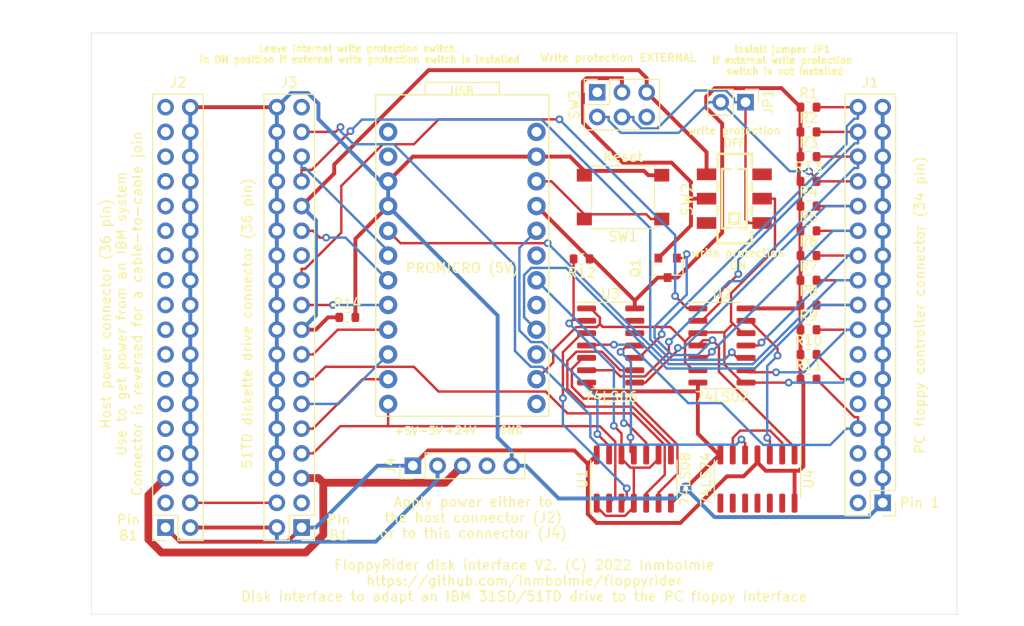
<source format=kicad_pcb>
(kicad_pcb (version 20211014) (generator pcbnew)
  (layers (0 "F.Cu" signal) (31 "B.Cu" signal) (34 "B.Paste" user) (35 "F.Paste" user) (36 "B.SilkS" user "B.Silkscreen") (37 "F.SilkS" user "F.Silkscreen") (38 "B.Mask" user) (39 "F.Mask" user) (44 "Edge.Cuts" user))
  (net 0 "")
  (net 8 "GND")
  (net 9 "/reset")
  (net 10 "VCC")
  (net 11 "/disk_chng_rdy_neg")
  (net 12 "/track_0_neg")
  (net 13 "/direction")
  (net 14 "/8_index")
  (net 15 "/8_inner_tracks")
  (net 16 "/8_access_0")
  (net 17 "/8_access_1")
  (net 18 "/8_switch_filter")
  (net 19 "/step")
  (net 20 "/disk_chng_rdy")
  (net 21 "/head_1_select")
  (net 22 "/read_data")
  (net 23 "/write_protected")
  (net 24 "/track_0")
  (net 25 "/write_enable")
  (net 26 "/write_data")
  (net 27 "/index")
  (net 46 "/+24V")
  (net 47 "/ps_gnd")
  (net 49 "/-5V")
  (net 51 "/8_write_data")
  (net 52 "/8_head_engage")
  (net 53 "/8_write_erase_gate")
  (net 55 "/8_select_head")
  (net 56 "/8_file_data")
  (net 59 "Net-(U1-Pad11)")
  (net 60 "Net-(U1-Pad8)")
  (net 61 "Net-(U1-Pad6)")
  (net 62 "Net-(U1-Pad3)")
  (net 65 "/8_write_erase_sense")
  (net 66 "/8_diskette_2_sense")
  (net 67 "/drive_b")
  (net 68 "/motor_b")
  (net 71 "/drive_b_neg")
  (net 72 "/write_data_neg")
  (net 73 "Net-(JP1-Pad1)")
  (net 79 "Net-(U4-Pad2)")
  (net 80 "/write_erase_gate")
  (net 81 "/write_erase_gate_prot")
  (footprint "Connector_PinHeader_2.54mm:PinHeader_2x18_P2.54mm_Vertical" (layer "F.Cu") (at 125.222 -31.242 180)
    (fp_text reference "J3")
    (fp_text value "IBM 51TD Diskette unit")
  )
  (footprint "Button_Switch_SMD:SW_Push_1P1T_NO_6x6mm_H9.5mm" (layer "F.Cu") (at 158.242 -65.181 180)
    (fp_text reference "SW1")
    (fp_text value "Reset")
  )
  (footprint "Package_SO:SO-14_3.9x8.65mm_P1.27mm" (layer "F.Cu") (at 159.35 -36.225 90)
    (fp_text reference "U1")
    (fp_text value "74LS08")
  )
  (footprint "Package_SO:SO-14_3.9x8.65mm_P1.27mm" (layer "F.Cu") (at 168.402 -49.941)
    (fp_text reference "U2")
    (fp_text value "74LS02")
  )
  (footprint "Package_SO:SO-14_3.9x8.65mm_P1.27mm" (layer "F.Cu") (at 156.972 -49.941)
    (fp_text reference "U3")
    (fp_text value "74LS06")
  )
  (footprint "promicro:SPARKFUN_PRO_MICRO" (layer "F.Cu") (at 141.732 -59.182)
    (fp_text reference "B1")
    (fp_text value "PROMICRO")
  )
  (footprint "Connector_PinHeader_2.54mm:PinHeader_2x18_P2.54mm_Vertical" (layer "F.Cu") (at 116.332 -31.242 180)
    (fp_text reference "J2")
    (fp_text value "IBM Diskette Host power")
  )
  (footprint "Connector_PinHeader_2.54mm:PinHeader_2x17_P2.54mm_Vertical" (layer "F.Cu") (at 184.912 -33.782 180)
    (fp_text reference "J1")
    (fp_text value "PC disk controller interface")
  )
  (footprint "Resistor_SMD:R_0603_1608Metric" (layer "F.Cu") (at 153.987 -58.831 180)
    (fp_text reference "R12")
    (fp_text value "1K")
  )
  (footprint "MountingHole:MountingHole_3.2mm_M3" (layer "F.Cu") (at 188.722 -26.162)
    (fp_text reference "H2")
    (fp_text value "MountingHole")
  )
  (footprint "MountingHole:MountingHole_3.2mm_M3" (layer "F.Cu") (at 107.442 -26.162)
    (fp_text reference "H4")
    (fp_text value "MountingHole")
  )
  (footprint "MountingHole:MountingHole_3.2mm_M3" (layer "F.Cu") (at 107.442 -78.232)
    (fp_text reference "H1")
    (fp_text value "MountingHole")
  )
  (footprint "MountingHole:MountingHole_3.2mm_M3" (layer "F.Cu") (at 188.722 -78.232)
    (fp_text reference "H3")
    (fp_text value "MountingHole")
  )
  (footprint "Connector_PinHeader_2.54mm:PinHeader_1x05_P2.54mm_Vertical" (layer "F.Cu") (at 136.652 -37.592 90)
    (fp_text reference "J4")
    (fp_text value "Alternative power connector")
  )
  (footprint "Resistor_SMD:R_0603_1608Metric" (layer "F.Cu") (at 177.292 -66.802)
    (fp_text reference "R13")
    (fp_text value "4,7K")
  )
  (footprint "Resistor_SMD:R_0603_1608Metric" (layer "F.Cu") (at 177.292 -74.422)
    (fp_text reference "R1")
    (fp_text value "1K")
  )
  (footprint "Resistor_SMD:R_0603_1608Metric" (layer "F.Cu") (at 177.292 -71.882)
    (fp_text reference "R2")
    (fp_text value "1K")
  )
  (footprint "Resistor_SMD:R_0603_1608Metric" (layer "F.Cu") (at 177.292 -69.342)
    (fp_text reference "R3")
    (fp_text value "1K")
  )
  (footprint "Resistor_SMD:R_0603_1608Metric" (layer "F.Cu") (at 177.292 -64.262)
    (fp_text reference "R4")
    (fp_text value "1K")
  )
  (footprint "Resistor_SMD:R_0603_1608Metric" (layer "F.Cu") (at 177.292 -61.722)
    (fp_text reference "R5")
    (fp_text value "1K")
  )
  (footprint "Resistor_SMD:R_0603_1608Metric" (layer "F.Cu") (at 177.292 -56.642)
    (fp_text reference "R7")
    (fp_text value "1K")
  )
  (footprint "Resistor_SMD:R_0603_1608Metric" (layer "F.Cu") (at 177.292 -54.102)
    (fp_text reference "R8")
    (fp_text value "1K")
  )
  (footprint "Resistor_SMD:R_0603_1608Metric" (layer "F.Cu") (at 177.292 -51.562)
    (fp_text reference "R9")
    (fp_text value "1K")
  )
  (footprint "Resistor_SMD:R_0603_1608Metric" (layer "F.Cu") (at 177.292 -49.022)
    (fp_text reference "R10")
    (fp_text value "1K")
  )
  (footprint "Resistor_SMD:R_0603_1608Metric" (layer "F.Cu") (at 177.292 -46.482)
    (fp_text reference "R11")
    (fp_text value "1K")
  )
  (footprint "Resistor_SMD:R_0603_1608Metric" (layer "F.Cu") (at 177.292 -59.182)
    (fp_text reference "R6")
    (fp_text value "1K")
  )
  (footprint "Package_SO:SO-14_3.9x8.65mm_P1.27mm" (layer "F.Cu") (at 172.05 -36.225 -90)
    (fp_text reference "U4")
    (fp_text value "74LS74")
  )
  (footprint "Package_TO_SOT_SMD:SOT-23" (layer "F.Cu") (at 162.822 -57.9213 -90)
    (fp_text reference "Q1")
    (fp_text value "SS8050")
  )
  (footprint "dpdt_2:SW-TH_K3-2235S-K1" (layer "F.Cu") (at 169.672 -65.024 90)
    (fp_text reference "SW2")
    (fp_text value "Write prot" hide)
  )
  (footprint "Resistor_SMD:R_0603_1608Metric" (layer "F.Cu") (at 129.921 -52.832)
    (fp_text reference "R14")
    (fp_text value "10K")
  )
  (footprint "mis_partes:PinHeader_2x03_P2.54mm_Vertical CUSTOM" (layer "F.Cu") (at 155.59 -73.411 90)
    (fp_text reference "SW3")
    (fp_text value "Write protection EXTERNAL" hide)
  )
  (footprint "Connector_PinHeader_2.54mm:PinHeader_1x02_P2.54mm_Vertical" (layer "F.Cu") (at 170.82 -74.93 -90)
    (fp_text reference "JP1")
    (fp_text value "External override")
  )
  (gr_line (start 103.632 -22.352) (end 103.632 -82.042) (layer "Edge.Cuts") (width 0.05))
  (gr_line (start 103.632 -82.042) (end 192.532 -82.042) (layer "Edge.Cuts") (width 0.05))
  (gr_line (start 192.532 -22.352) (end 103.632 -22.352) (layer "Edge.Cuts") (width 0.05))
  (gr_line (start 192.532 -82.042) (end 192.532 -22.352) (layer "Edge.Cuts") (width 0.05))
  (gr_text "Host power connector (36 pin)\nUse to get power from an IBM system\nConnector is reversed for a cable-to-cable join" (at 106.714219 -53.19813 90) (layer "F.SilkS") (effects (font (size 1 1))))
  (gr_text "+5V" (at 135.991674 -41.159043) (layer "F.SilkS") (effects (font (size 0.8 0.8))))
  (gr_text "-5V" (at 138.49588 -41.198171) (layer "F.SilkS") (effects (font (size 0.8 0.8))))
  (gr_text "+24V" (at 141.547881 -41.224257) (layer "F.SilkS") (effects (font (size 0.8 0.8))))
  (gr_text "GND" (at 146.751933 -41.237299) (layer "F.SilkS") (effects (font (size 0.8 0.8))))
  (gr_text "51TD diskette drive connector (36 pin)" (at 119.634199 -52.19987 90) (layer "F.SilkS") (effects (font (size 1 1))))
  (gr_text "write protection\nOFF" (at 169.672 -71.374) (layer "F.SilkS") (effects (font (size 0.8 0.8))))
  (gr_text "Pin 1" (at 188.722 -33.782) (layer "F.SilkS") (effects (font (size 1 1))))
  (gr_text "PC floppy controller connector (34 pin)" (at 188.722 -54.102 90) (layer "F.SilkS") (effects (font (size 1 1))))
  (gr_text "PROMICRO (5V)" (at 141.732 -57.912) (layer "F.SilkS") (effects (font (size 1 1))))
  (gr_text "Pin\nB1" (at 129.032 -31.242) (layer "F.SilkS") (effects (font (size 1 1))))
  (gr_text "Apply power either to\nthe host connector (J2)\nor to this connector (J4)" (at 142.859359 -32.269462) (layer "F.SilkS") (effects (font (size 1 1))))
  (gr_text "Write protection EXTERNAL" (at 157.734 -79.502) (layer "F.SilkS") (effects (font (size 0.8 0.8))))
  (gr_text "Leave internal write protection switch \nin ON position if external write protection switch is installed" (at 131.191 -79.883) (layer "F.SilkS") (effects (font (size 0.7 0.7) (thickness 0.175))))
  (gr_text "FloppyRider disk interface V2. (C) 2022 Inmbolmie\nhttps://github.com/inmbolmie/floppyrider\nDisk interface to adapt an IBM 31SD/51TD drive to the PC floppy interface" (at 148.082 -25.781) (layer "F.SilkS") (effects (font (size 1 1))))
  (gr_text "Install jumper JP1 \nif external write protection \nswitch is not installed" (at 174.879 -79.248) (layer "F.SilkS") (effects (font (size 0.7 0.7) (thickness 0.175))))
  (gr_text "write protection\nON" (at 170.053 -58.801) (layer "F.SilkS") (effects (font (size 0.8 0.8))))
  (gr_text "Pin\nB1" (at 107.442 -31.242) (layer "F.SilkS") (effects (font (size 1 1))))
  (segment (start 130.746 -60.896) (end 130.746 -52.832) (width 0.4) (layer "F.Cu") (net 8))
  (segment (start 154.267 -67.8776) (end 160.3951 -67.8776) (width 0.4) (layer "F.Cu") (net 8))
  (segment (start 154.497 -46.131) (end 155.398 -45.23) (width 0.4) (layer "F.Cu") (net 8))
  (segment (start 163.16 -33.75) (end 164.6829 -35.2729) (width 0.4) (layer "F.Cu") (net 8))
  (segment (start 165.927 -40.883) (end 165.927 -45.23) (width 0.4) (layer "F.Cu") (net 8))
  (segment (start 164.6829 -35.273) (end 164.683 -35.273) (width 0.4) (layer "F.Cu") (net 8))
  (segment (start 165.927 -45.23) (end 165.927 -46.131) (width 0.4) (layer "F.Cu") (net 8))
  (segment (start 154.267 -67.431) (end 154.267 -67.8776) (width 0.4) (layer "F.Cu") (net 8))
  (segment (start 152.8026 -69.342) (end 154.267 -67.8776) (width 0.4) (layer "F.Cu") (net 8))
  (segment (start 136.652 -69.342) (end 149.352 -69.342) (width 0.4) (layer "F.Cu") (net 8))
  (segment (start 162.217 -67.431) (end 160.8417 -67.431) (width 0.4) (layer "F.Cu") (net 8))
  (segment (start 168.24 -38.7) (end 168.11 -38.7) (width 0.4) (layer "F.Cu") (net 8))
  (segment (start 149.352 -69.342) (end 152.8026 -69.342) (width 0.4) (layer "F.Cu") (net 8))
  (segment (start 134.112 -66.802) (end 136.652 -69.342) (width 0.4) (layer "F.Cu") (net 8))
  (segment (start 168.11 -38.7) (end 164.683 -35.273) (width 0.4) (layer "F.Cu") (net 8))
  (segment (start 155.398 -45.23) (end 165.927 -45.23) (width 0.4) (layer "F.Cu") (net 8))
  (segment (start 160.3951 -67.8776) (end 160.8417 -67.431) (width 0.4) (layer "F.Cu") (net 8))
  (segment (start 134.112 -64.262) (end 130.746 -60.896) (width 0.4) (layer "F.Cu") (net 8))
  (segment (start 113.792 -74.422) (end 122.682 -74.422) (width 0.4) (layer "F.Cu") (net 8))
  (segment (start 168.11 -38.7) (end 165.927 -40.883) (width 0.4) (layer "F.Cu") (net 8))
  (segment (start 164.6829 -35.2729) (end 164.6829 -35.273) (width 0.4) (layer "F.Cu") (net 8))
  (via (at 164.683 -35.273) (size 1.2) (drill 0.5) (layers "F.Cu" "B.Cu") (net 8))
  (segment (start 184.912 -71.882) (end 184.912 -69.342) (width 0.4) (layer "B.Cu") (net 8))
  (segment (start 184.912 -41.402) (end 184.912 -38.862) (width 0.4) (layer "B.Cu") (net 8))
  (segment (start 113.792 -46.482) (end 113.792 -43.942) (width 0.4) (layer "B.Cu") (net 8))
  (segment (start 113.792 -41.402) (end 113.792 -38.862) (width 0.4) (layer "B.Cu") (net 8))
  (segment (start 163.6367 -34.2267) (end 164.683 -35.273) (width 0.4) (layer "B.Cu") (net 8))
  (segment (start 145.3617 -53.0123) (end 134.112 -64.262) (width 0.4) (layer "B.Cu") (net 8))
  (segment (start 125.8746 -75.8732) (end 124.1332 -75.8732) (width 0.4) (layer "B.Cu") (net 8))
  (segment (start 146.812 -37.592) (end 146.812 -39.0423) (width 0.4) (layer "B.Cu") (net 8))
  (segment (start 167.6378 -32.3182) (end 183.4482 -32.3182) (width 0.4) (layer "B.Cu") (net 8))
  (segment (start 122.682 -38.862) (end 122.682 -36.322) (width 0.4) (layer "B.Cu") (net 8))
  (segment (start 113.792 -66.802) (end 113.792 -64.262) (width 0.4) (layer "B.Cu") (net 8))
  (segment (start 184.912 -46.482) (end 184.912 -43.942) (width 0.4) (layer "B.Cu") (net 8))
  (segment (start 122.682 -51.562) (end 122.682 -49.022) (width 0.4) (layer "B.Cu") (net 8))
  (segment (start 184.912 -43.942) (end 184.912 -41.402) (width 0.4) (layer "B.Cu") (net 8))
  (segment (start 134.112 -64.262) (end 134.112 -66.802) (width 0.4) (layer "B.Cu") (net 8))
  (segment (start 124.1332 -75.8732) (end 122.682 -74.422) (width 0.4) (layer "B.Cu") (net 8))
  (segment (start 164.683 -35.273) (end 167.6378 -32.3182) (width 0.4) (layer "B.Cu") (net 8))
  (segment (start 146.812 -39.0423) (end 145.3617 -40.4926) (width 0.4) (layer "B.Cu") (net 8))
  (segment (start 122.682 -64.262) (end 122.682 -61.722) (width 0.4) (layer "B.Cu") (net 8))
  (segment (start 183.4482 -32.3182) (end 184.912 -33.782) (width 0.4) (layer "B.Cu") (net 8))
  (segment (start 122.682 -56.642) (end 122.682 -54.102) (width 0.4) (layer "B.Cu") (net 8))
  (segment (start 122.682 -69.342) (end 122.682 -66.802) (width 0.4) (layer "B.Cu") (net 8))
  (segment (start 113.792 -64.262) (end 113.792 -61.722) (width 0.4) (layer "B.Cu") (net 8))
  (segment (start 122.682 -54.102) (end 122.682 -51.562) (width 0.4) (layer "B.Cu") (net 8))
  (segment (start 184.912 -38.862) (end 184.912 -36.322) (width 0.4) (layer "B.Cu") (net 8))
  (segment (start 184.912 -56.642) (end 184.912 -54.102) (width 0.4) (layer "B.Cu") (net 8))
  (segment (start 151.6276 -34.2267) (end 163.6367 -34.2267) (width 0.4) (layer "B.Cu") (net 8))
  (segment (start 145.3617 -40.4926) (end 145.3617 -53.0123) (width 0.4) (layer "B.Cu") (net 8))
  (segment (start 113.792 -54.102) (end 113.792 -51.562) (width 0.4) (layer "B.Cu") (net 8))
  (segment (start 126.9525 -74.7953) (end 125.8746 -75.8732) (width 0.4) (layer "B.Cu") (net 8))
  (segment (start 113.792 -49.022) (end 113.792 -46.482) (width 0.4) (layer "B.Cu") (net 8))
  (segment (start 122.682 -43.942) (end 122.682 -41.402) (width 0.4) (layer "B.Cu") (net 8))
  (segment (start 113.792 -43.942) (end 113.792 -41.402) (width 0.4) (layer "B.Cu") (net 8))
  (segment (start 113.792 -38.862) (end 113.792 -36.322) (width 0.4) (layer "B.Cu") (net 8))
  (segment (start 134.112 -66.802) (end 133.3402 -66.802) (width 0.4) (layer "B.Cu") (net 8))
  (segment (start 184.912 -51.562) (end 184.912 -49.022) (width 0.4) (layer "B.Cu") (net 8))
  (segment (start 184.912 -66.802) (end 184.912 -64.262) (width 0.4) (layer "B.Cu") (net 8))
  (segment (start 184.912 -59.182) (end 184.912 -56.642) (width 0.4) (layer "B.Cu") (net 8))
  (segment (start 122.682 -66.802) (end 122.682 -64.262) (width 0.4) (layer "B.Cu") (net 8))
  (segment (start 184.912 -61.722) (end 184.912 -59.182) (width 0.4) (layer "B.Cu") (net 8))
  (segment (start 122.682 -71.882) (end 122.682 -69.342) (width 0.4) (layer "B.Cu") (net 8))
  (segment (start 148.2623 -37.592) (end 151.6276 -34.2267) (width 0.4) (layer "B.Cu") (net 8))
  (segment (start 113.792 -56.642) (end 113.792 -54.102) (width 0.4) (layer "B.Cu") (net 8))
  (segment (start 113.792 -61.722) (end 113.792 -59.182) (width 0.4) (layer "B.Cu") (net 8))
  (segment (start 122.682 -41.402) (end 122.682 -38.862) (width 0.4) (layer "B.Cu") (net 8))
  (segment (start 122.682 -49.022) (end 122.682 -46.482) (width 0.4) (layer "B.Cu") (net 8))
  (segment (start 113.792 -71.882) (end 113.792 -69.342) (width 0.4) (layer "B.Cu") (net 8))
  (segment (start 184.912 -64.262) (end 184.912 -61.722) (width 0.4) (layer "B.Cu") (net 8))
  (segment (start 113.792 -74.422) (end 113.792 -71.882) (width 0.4) (layer "B.Cu") (net 8))
  (segment (start 122.682 -74.422) (end 122.682 -71.882) (width 0.4) (layer "B.Cu") (net 8))
  (segment (start 126.9525 -73.1897) (end 126.9525 -74.7953) (width 0.4) (layer "B.Cu") (net 8))
  (segment (start 184.912 -74.422) (end 184.912 -71.882) (width 0.4) (layer "B.Cu") (net 8))
  (segment (start 184.912 -54.102) (end 184.912 -51.562) (width 0.4) (layer "B.Cu") (net 8))
  (segment (start 146.812 -37.592) (end 148.2623 -37.592) (width 0.4) (layer "B.Cu") (net 8))
  (segment (start 184.912 -69.342) (end 184.912 -66.802) (width 0.4) (layer "B.Cu") (net 8))
  (segment (start 184.912 -49.022) (end 184.912 -46.482) (width 0.4) (layer "B.Cu") (net 8))
  (segment (start 122.682 -59.182) (end 122.682 -56.642) (width 0.4) (layer "B.Cu") (net 8))
  (segment (start 122.682 -61.722) (end 122.682 -59.182) (width 0.4) (layer "B.Cu") (net 8))
  (segment (start 113.792 -69.342) (end 113.792 -66.802) (width 0.4) (layer "B.Cu") (net 8))
  (segment (start 122.682 -46.482) (end 122.682 -43.942) (width 0.4) (layer "B.Cu") (net 8))
  (segment (start 113.792 -51.562) (end 113.792 -49.022) (width 0.4) (layer "B.Cu") (net 8))
  (segment (start 113.792 -59.182) (end 113.792 -56.642) (width 0.4) (layer "B.Cu") (net 8))
  (segment (start 133.3402 -66.802) (end 126.9525 -73.1897) (width 0.4) (layer "B.Cu") (net 8))
  (segment (start 184.912 -36.322) (end 184.912 -33.782) (width 0.4) (layer "B.Cu") (net 8))
  (segment (start 162.217 -62.931) (end 161.1167 -62.931) (width 0.25) (layer "F.Cu") (net 9))
  (segment (start 154.267 -63.4187) (end 160.629 -63.4187) (width 0.25) (layer "F.Cu") (net 9))
  (segment (start 150.8837 -66.802) (end 154.267 -63.4187) (width 0.25) (layer "F.Cu") (net 9))
  (segment (start 160.629 -63.4187) (end 161.1167 -62.931) (width 0.25) (layer "F.Cu") (net 9))
  (segment (start 154.267 -62.931) (end 154.267 -63.4187) (width 0.25) (layer "F.Cu") (net 9))
  (segment (start 149.352 -66.802) (end 150.8837 -66.802) (width 0.25) (layer "F.Cu") (net 9))
  (segment (start 176.467 -64.262) (end 176.467 -66.802) (width 0.4) (layer "F.Cu") (net 10))
  (segment (start 176.467 -56.642) (end 176.467 -59.182) (width 0.4) (layer "F.Cu") (net 10))
  (segment (start 176.467 -53.751) (end 170.877 -53.751) (width 0.4) (layer "F.Cu") (net 10))
  (segment (start 176.7629 -37.5272) (end 176.3115 -37.0758) (width 0.4) (layer "F.Cu") (net 10))
  (segment (start 123.7676 -29.7876) (end 112.7064 -29.7876) (width 0.4) (layer "F.Cu") (net 10))
  (segment (start 161.8217 -56.9213) (end 159.447 -54.5466) (width 0.4) (layer "F.Cu") (net 10))
  (segment (start 162.3219 -56.9213) (end 162.822 -56.9213) (width 0.4) (layer "F.Cu") (net 10))
  (segment (start 175.86 -37.0758) (end 175.86 -33.75) (width 0.4) (layer "F.Cu") (net 10))
  (segment (start 176.7629 -46.1861) (end 176.7629 -37.5272) (width 0.4) (layer "F.Cu") (net 10))
  (segment (start 168.9209 -36.5081) (end 164.1281 -31.7153) (width 0.4) (layer "F.Cu") (net 10))
  (segment (start 112.7064 -29.7876) (end 111.252 -31.242) (width 0.4) (layer "F.Cu") (net 10))
  (segment (start 176.467 -49.022) (end 176.467 -46.482) (width 0.4) (layer "F.Cu") (net 10))
  (segment (start 166.7841 -75.4862) (end 167.6783 -76.3804) (width 0.4) (layer "F.Cu") (net 10))
  (segment (start 172.05 -37.9265) (end 172.05 -38.7) (width 0.4) (layer "F.Cu") (net 10))
  (segment (start 167.6783 -76.3804) (end 174.5086 -76.3804) (width 0.4) (layer "F.Cu") (net 10))
  (segment (start 176.467 -61.722) (end 176.467 -64.262) (width 0.4) (layer "F.Cu") (net 10))
  (segment (start 125.222 -31.242) (end 123.7676 -29.7876) (width 0.4) (layer "F.Cu") (net 10))
  (segment (start 176.3115 -37.0758) (end 175.86 -37.0758) (width 0.4) (layer "F.Cu") (net 10))
  (segment (start 164.1281 -31.7153) (end 155.5292 -31.7153) (width 0.4) (layer "F.Cu") (net 10))
  (segment (start 138.2256 -39.1656) (end 153.2368 -39.1656) (width 0.4) (layer "F.Cu") (net 10))
  (segment (start 172.05 -37.9265) (end 170.6316 -36.5081) (width 0.4) (layer "F.Cu") (net 10))
  (segment (start 176.467 -59.182) (end 176.467 -61.722) (width 0.4) (layer "F.Cu") (net 10))
  (segment (start 149.381 -64.262) (end 149.352 -64.262) (width 0.4) (layer "F.Cu") (net 10))
  (segment (start 154.6212 -32.6233) (end 154.6212 -37.7812) (width 0.4) (layer "F.Cu") (net 10))
  (segment (start 176.467 -53.751) (end 176.467 -51.562) (width 0.4) (layer "F.Cu") (net 10))
  (segment (start 159.447 -54.5466) (end 159.447 -53.751) (width 0.4) (layer "F.Cu") (net 10))
  (segment (start 176.467 -51.562) (end 176.467 -49.022) (width 0.4) (layer "F.Cu") (net 10))
  (segment (start 176.467 -53.751) (end 176.467 -54.102) (width 0.4) (layer "F.Cu") (net 10))
  (segment (start 176.467 -54.102) (end 176.467 -56.642) (width 0.4) (layer "F.Cu") (net 10))
  (segment (start 168.4224 -61.5214) (end 168.4224 -72.7348) (width 0.4) (layer "F.Cu") (net 10))
  (segment (start 153.2368 -39.1656) (end 154.6212 -37.7812) (width 0.4) (layer "F.Cu") (net 10))
  (segment (start 174.5086 -76.3804) (end 176.467 -74.422) (width 0.4) (layer "F.Cu") (net 10))
  (segment (start 168.4224 -72.7348) (end 166.7841 -74.3731) (width 0.4) (layer "F.Cu") (net 10))
  (segment (start 176.3018 -66.9672) (end 176.467 -66.802) (width 0.4) (layer "F.Cu") (net 10))
  (segment (start 172.9007 -37.0758) (end 172.05 -37.9265) (width 0.4) (layer "F.Cu") (net 10))
  (segment (start 159.447 -54.5466) (end 155.1626 -58.831) (width 0.4) (layer "F.Cu") (net 10))
  (segment (start 166.7841 -74.3731) (end 166.7841 -75.4862) (width 0.4) (layer "F.Cu") (net 10))
  (segment (start 176.3018 -69.1768) (end 176.3018 -66.9672) (width 0.4) (layer "F.Cu") (net 10))
  (segment (start 176.467 -71.882) (end 176.467 -69.342) (width 0.4) (layer "F.Cu") (net 10))
  (segment (start 176.467 -71.882) (end 176.467 -74.422) (width 0.4) (layer "F.Cu") (net 10))
  (segment (start 136.652 -37.592) (end 138.2256 -39.1656) (width 0.4) (layer "F.Cu") (net 10))
  (segment (start 162.822 -56.9213) (end 163.8223 -56.9213) (width 0.4) (layer "F.Cu") (net 10))
  (segment (start 170.6316 -36.5081) (end 168.9209 -36.5081) (width 0.4) (layer "F.Cu") (net 10))
  (segment (start 176.467 -69.342) (end 176.3018 -69.1768) (width 0.4) (layer "F.Cu") (net 10))
  (segment (start 176.467 -46.482) (end 176.7629 -46.1861) (width 0.4) (layer "F.Cu") (net 10))
  (segment (start 155.5292 -31.7153) (end 154.6212 -32.6233) (width 0.4) (layer "F.Cu") (net 10))
  (segment (start 175.86 -37.0758) (end 172.9007 -37.0758) (width 0.4) (layer "F.Cu") (net 10))
  (segment (start 155.1626 -58.831) (end 154.812 -58.831) (width 0.4) (layer "F.Cu") (net 10))
  (segment (start 154.6212 -37.7812) (end 155.54 -38.7) (width 0.4) (layer "F.Cu") (net 10))
  (segment (start 154.812 -58.831) (end 149.381 -64.262) (width 0.4) (layer "F.Cu") (net 10))
  (segment (start 163.8223 -56.9213) (end 168.4224 -61.5214) (width 0.4) (layer "F.Cu") (net 10))
  (segment (start 162.3219 -56.9213) (end 161.8217 -56.9213) (width 0.4) (layer "F.Cu") (net 10))
  (segment (start 136.652 -37.592) (end 133.0223 -37.592) (width 0.4) (layer "B.Cu") (net 10))
  (segment (start 133.0223 -37.592) (end 126.6723 -31.242) (width 0.4) (layer "B.Cu") (net 10))
  (segment (start 125.222 -31.242) (end 126.6723 -31.242) (width 0.4) (layer "B.Cu") (net 10))
  (segment (start 156.81 -39.6401) (end 156.81 -38.7) (width 0.25) (layer "F.Cu") (net 11))
  (segment (start 155.6041 -40.846) (end 156.81 -39.6401) (width 0.25) (layer "F.Cu") (net 11))
  (via (at 155.6041 -40.846) (size 0.8) (drill 0.4) (layers "F.Cu" "B.Cu") (net 11))
  (segment (start 149.9333 -50.292) (end 155.6041 -44.6212) (width 0.25) (layer "B.Cu") (net 11))
  (segment (start 147.596 -51.4896) (end 148.7936 -50.292) (width 0.25) (layer "B.Cu") (net 11))
  (segment (start 148.7936 -50.292) (end 149.9333 -50.292) (width 0.25) (layer "B.Cu") (net 11))
  (segment (start 149.352 -61.722) (end 147.596 -59.966) (width 0.25) (layer "B.Cu") (net 11))
  (segment (start 155.6041 -44.6212) (end 155.6041 -40.846) (width 0.25) (layer "B.Cu") (net 11))
  (segment (start 147.596 -59.966) (end 147.596 -51.4896) (width 0.25) (layer "B.Cu") (net 11))
  (segment (start 158.6163 -41.9631) (end 160.62 -39.9594) (width 0.25) (layer "F.Cu") (net 12))
  (segment (start 158.3247 -41.9631) (end 158.6163 -41.9631) (width 0.25) (layer "F.Cu") (net 12))
  (segment (start 160.62 -39.9594) (end 160.62 -38.7) (width 0.25) (layer "F.Cu") (net 12))
  (via (at 158.3247 -41.9631) (size 0.8) (drill 0.4) (layers "F.Cu" "B.Cu") (net 12))
  (segment (start 158.3247 -47.6693) (end 158.3247 -41.9631) (width 0.25) (layer "B.Cu") (net 12))
  (segment (start 149.352 -56.642) (end 158.3247 -47.6693) (width 0.25) (layer "B.Cu") (net 12))
  (segment (start 182.372 -54.102) (end 181.1967 -54.102) (width 0.25) (layer "F.Cu") (net 13))
  (segment (start 178.117 -54.102) (end 181.1967 -54.102) (width 0.25) (layer "F.Cu") (net 13))
  (segment (start 148.8102 -57.912) (end 148.0772 -57.179) (width 0.25) (layer "B.Cu") (net 13))
  (segment (start 148.0772 -52.8368) (end 149.352 -51.562) (width 0.25) (layer "B.Cu") (net 13))
  (segment (start 152.4045 -57.912) (end 148.8102 -57.912) (width 0.25) (layer "B.Cu") (net 13))
  (segment (start 148.0772 -57.179) (end 148.0772 -52.8368) (width 0.25) (layer "B.Cu") (net 13))
  (segment (start 162.739 -47.5775) (end 152.4045 -57.912) (width 0.25) (layer "B.Cu") (net 13))
  (segment (start 171.761 -47.5775) (end 162.739 -47.5775) (width 0.25) (layer "B.Cu") (net 13))
  (segment (start 178.2855 -54.102) (end 171.761 -47.5775) (width 0.25) (layer "B.Cu") (net 13))
  (segment (start 181.1967 -54.102) (end 178.2855 -54.102) (width 0.25) (layer "B.Cu") (net 13))
  (segment (start 182.372 -54.102) (end 181.1967 -54.102) (width 0.25) (layer "B.Cu") (net 13))
  (segment (start 134.112 -41.6535) (end 155.8558 -41.6535) (width 0.25) (layer "F.Cu") (net 14))
  (segment (start 157.445 -40.0643) (end 157.445 -34.385) (width 0.25) (layer "F.Cu") (net 14))
  (segment (start 126.3973 -38.862) (end 129.1888 -41.6535) (width 0.25) (layer "F.Cu") (net 14))
  (segment (start 129.1888 -41.6535) (end 134.112 -41.6535) (width 0.25) (layer "F.Cu") (net 14))
  (segment (start 155.8558 -41.6535) (end 157.445 -40.0643) (width 0.25) (layer "F.Cu") (net 14))
  (segment (start 157.445 -34.385) (end 156.81 -33.75) (width 0.25) (layer "F.Cu") (net 14))
  (segment (start 125.222 -38.862) (end 126.3973 -38.862) (width 0.25) (layer "F.Cu") (net 14))
  (segment (start 134.112 -41.6535) (end 134.112 -43.942) (width 0.25) (layer "F.Cu") (net 14))
  (segment (start 128.9373 -51.562) (end 126.3973 -49.022) (width 0.25) (layer "F.Cu") (net 15))
  (segment (start 134.112 -51.562) (end 128.9373 -51.562) (width 0.25) (layer "F.Cu") (net 15))
  (segment (start 125.222 -49.022) (end 126.3973 -49.022) (width 0.25) (layer "F.Cu") (net 15))
  (segment (start 125.222 -54.102) (end 128.4478 -54.102) (width 0.25) (layer "F.Cu") (net 16))
  (via (at 128.4478 -54.102) (size 0.8) (drill 0.4) (layers "F.Cu" "B.Cu") (net 16))
  (segment (start 134.112 -54.102) (end 128.4478 -54.102) (width 0.25) (layer "B.Cu") (net 16))
  (segment (start 127.0955 -61.0238) (end 126.3973 -61.722) (width 0.25) (layer "F.Cu") (net 17))
  (segment (start 125.222 -61.722) (end 126.3973 -61.722) (width 0.25) (layer "F.Cu") (net 17))
  (segment (start 127.7444 -61.0238) (end 127.0955 -61.0238) (width 0.25) (layer "F.Cu") (net 17))
  (via (at 127.7444 -61.0238) (size 0.8) (drill 0.4) (layers "F.Cu" "B.Cu") (net 17))
  (segment (start 129.7302 -61.0238) (end 127.7444 -61.0238) (width 0.25) (layer "B.Cu") (net 17))
  (segment (start 134.112 -56.642) (end 129.7302 -61.0238) (width 0.25) (layer "B.Cu") (net 17))
  (segment (start 134.112 -59.182) (end 134.112 -59.6441) (width 0.25) (layer "B.Cu") (net 18))
  (segment (start 125.222 -69.342) (end 125.222 -68.1667) (width 0.25) (layer "B.Cu") (net 18))
  (segment (start 125.5894 -68.1667) (end 125.222 -68.1667) (width 0.25) (layer "B.Cu") (net 18))
  (segment (start 134.112 -59.6441) (end 125.5894 -68.1667) (width 0.25) (layer "B.Cu") (net 18))
  (segment (start 134.112 -61.722) (end 135.382 -60.452) (width 0.25) (layer "F.Cu") (net 19))
  (segment (start 135.382 -60.452) (end 150.5014 -60.452) (width 0.25) (layer "F.Cu") (net 19))
  (segment (start 178.117 -56.642) (end 182.372 -56.642) (width 0.25) (layer "F.Cu") (net 19))
  (via (at 150.5014 -60.452) (size 0.8) (drill 0.4) (layers "F.Cu" "B.Cu") (net 19))
  (segment (start 171.5744 -48.0278) (end 162.9256 -48.0278) (width 0.25) (layer "B.Cu") (net 19))
  (segment (start 180.1886 -56.642) (end 171.5744 -48.0278) (width 0.25) (layer "B.Cu") (net 19))
  (segment (start 162.9256 -48.0278) (end 150.5014 -60.452) (width 0.25) (layer "B.Cu") (net 19))
  (segment (start 182.372 -56.642) (end 180.1886 -56.642) (width 0.25) (layer "B.Cu") (net 19))
  (segment (start 162.2177 -51.0945) (end 162.2177 -51.0203) (width 0.25) (layer "F.Cu") (net 20))
  (segment (start 162.2177 -51.0203) (end 159.8684 -48.671) (width 0.25) (layer "F.Cu") (net 20))
  (segment (start 182.372 -74.422) (end 178.117 -74.422) (width 0.25) (layer "F.Cu") (net 20))
  (segment (start 159.8684 -48.671) (end 159.447 -48.671) (width 0.25) (layer "F.Cu") (net 20))
  (via (at 162.2177 -51.0945) (size 0.8) (drill 0.4) (layers "F.Cu" "B.Cu") (net 20))
  (segment (start 182.372 -74.422) (end 182.372 -73.2467) (width 0.25) (layer "B.Cu") (net 20))
  (segment (start 182.372 -73.2467) (end 182.0046 -73.2467) (width 0.25) (layer "B.Cu") (net 20))
  (segment (start 162.2177 -51.6653) (end 162.2177 -51.0945) (width 0.25) (layer "B.Cu") (net 20))
  (segment (start 181.1967 -70.6443) (end 162.2177 -51.6653) (width 0.25) (layer "B.Cu") (net 20))
  (segment (start 182.0046 -73.2467) (end 181.1967 -72.4388) (width 0.25) (layer "B.Cu") (net 20))
  (segment (start 181.1967 -72.4388) (end 181.1967 -70.6443) (width 0.25) (layer "B.Cu") (net 20))
  (segment (start 166.3381 -52.481) (end 165.927 -52.481) (width 0.25) (layer "F.Cu") (net 21))
  (segment (start 178.117 -71.882) (end 182.372 -71.882) (width 0.25) (layer "F.Cu") (net 21))
  (segment (start 168.2148 -55.4177) (end 168.2148 -54.3577) (width 0.25) (layer "F.Cu") (net 21))
  (segment (start 168.2148 -54.3577) (end 166.3381 -52.481) (width 0.25) (layer "F.Cu") (net 21))
  (segment (start 170.0778 -57.2807) (end 168.2148 -55.4177) (width 0.25) (layer "F.Cu") (net 21))
  (via (at 170.0778 -57.2807) (size 0.8) (drill 0.4) (layers "F.Cu" "B.Cu") (net 21))
  (segment (start 182.038 -70.7067) (end 170.0778 -58.7465) (width 0.25) (layer "B.Cu") (net 21))
  (segment (start 182.372 -70.7067) (end 182.038 -70.7067) (width 0.25) (layer "B.Cu") (net 21))
  (segment (start 182.372 -71.882) (end 182.372 -70.7067) (width 0.25) (layer "B.Cu") (net 21))
  (segment (start 170.0778 -58.7465) (end 170.0778 -57.2807) (width 0.25) (layer "B.Cu") (net 21))
  (segment (start 178.117 -69.342) (end 182.372 -69.342) (width 0.25) (layer "F.Cu") (net 22))
  (segment (start 160.4924 -46.766) (end 157.9625 -46.766) (width 0.25) (layer "F.Cu") (net 22))
  (segment (start 157.9625 -46.766) (end 157.3275 -47.401) (width 0.25) (layer "F.Cu") (net 22))
  (segment (start 157.3275 -47.401) (end 154.497 -47.401) (width 0.25) (layer "F.Cu") (net 22))
  (segment (start 162.9495 -50.324) (end 162.9495 -49.2231) (width 0.25) (layer "F.Cu") (net 22))
  (segment (start 162.9495 -49.2231) (end 160.4924 -46.766) (width 0.25) (layer "F.Cu") (net 22))
  (via (at 162.9495 -50.324) (size 0.8) (drill 0.4) (layers "F.Cu" "B.Cu") (net 22))
  (segment (start 169.1791 -56.5536) (end 170.3765 -56.5536) (width 0.25) (layer "B.Cu") (net 22))
  (segment (start 181.9895 -68.1667) (end 182.372 -68.1667) (width 0.25) (layer "B.Cu") (net 22))
  (segment (start 162.9495 -50.324) (end 169.1791 -56.5536) (width 0.25) (layer "B.Cu") (net 22))
  (segment (start 182.372 -69.342) (end 182.372 -68.1667) (width 0.25) (layer "B.Cu") (net 22))
  (segment (start 181.9895 -68.1666) (end 181.9895 -68.1667) (width 0.25) (layer "B.Cu") (net 22))
  (segment (start 170.3765 -56.5536) (end 181.9895 -68.1666) (width 0.25) (layer "B.Cu") (net 22))
  (segment (start 178.117 -66.802) (end 181.1967 -66.802) (width 0.25) (layer "F.Cu") (net 23))
  (segment (start 182.372 -66.802) (end 181.1967 -66.802) (width 0.25) (layer "F.Cu") (net 23))
  (segment (start 178.117 -66.802) (end 178.117 -67.0731) (width 0.25) (layer "F.Cu") (net 23))
  (segment (start 178.117 -67.0731) (end 177.3545 -67.8356) (width 0.25) (layer "F.Cu") (net 23))
  (via (at 177.3545 -67.8356) (size 0.8) (drill 0.4) (layers "F.Cu" "B.Cu") (net 23))
  (segment (start 168.28 -74.93) (end 175.3744 -67.8356) (width 0.25) (layer "B.Cu") (net 23))
  (segment (start 156.7653 -73.411) (end 156.7653 -73.0436) (width 0.25) (layer "B.Cu") (net 23))
  (segment (start 163.9601 -71.7854) (end 167.1047 -74.93) (width 0.25) (layer "B.Cu") (net 23))
  (segment (start 155.59 -73.411) (end 156.7653 -73.411) (width 0.25) (layer "B.Cu") (net 23))
  (segment (start 175.3744 -67.8356) (end 177.3545 -67.8356) (width 0.25) (layer "B.Cu") (net 23))
  (segment (start 168.28 -74.93) (end 167.1047 -74.93) (width 0.25) (layer "B.Cu") (net 23))
  (segment (start 158.0235 -71.7854) (end 163.9601 -71.7854) (width 0.25) (layer "B.Cu") (net 23))
  (segment (start 156.7653 -73.0436) (end 158.0235 -71.7854) (width 0.25) (layer "B.Cu") (net 23))
  (segment (start 160.5325 -46.131) (end 163.8758 -49.4743) (width 0.25) (layer "F.Cu") (net 24))
  (segment (start 159.447 -46.131) (end 160.5325 -46.131) (width 0.25) (layer "F.Cu") (net 24))
  (segment (start 163.8758 -49.4743) (end 163.8758 -49.6974) (width 0.25) (layer "F.Cu") (net 24))
  (segment (start 178.117 -64.262) (end 182.372 -64.262) (width 0.25) (layer "F.Cu") (net 24))
  (via (at 163.8758 -49.6974) (size 0.8) (drill 0.4) (layers "F.Cu" "B.Cu") (net 24))
  (segment (start 164.472 -49.6974) (end 179.0366 -64.262) (width 0.25) (layer "B.Cu") (net 24))
  (segment (start 163.8758 -49.6974) (end 164.472 -49.6974) (width 0.25) (layer "B.Cu") (net 24))
  (segment (start 179.0366 -64.262) (end 182.372 -64.262) (width 0.25) (layer "B.Cu") (net 24))
  (segment (start 166.7403 -48.671) (end 167.3677 -49.2984) (width 0.25) (layer "F.Cu") (net 25))
  (segment (start 165.927 -48.671) (end 166.7403 -48.671) (width 0.25) (layer "F.Cu") (net 25))
  (segment (start 178.117 -61.722) (end 182.372 -61.722) (width 0.25) (layer "F.Cu") (net 25))
  (via (at 167.3677 -49.2984) (size 0.8) (drill 0.4) (layers "F.Cu" "B.Cu") (net 25))
  (segment (start 179.7913 -61.722) (end 167.3677 -49.2984) (width 0.25) (layer "B.Cu") (net 25))
  (segment (start 181.1967 -61.722) (end 179.7913 -61.722) (width 0.25) (layer "B.Cu") (net 25))
  (segment (start 182.372 -61.722) (end 181.1967 -61.722) (width 0.25) (layer "B.Cu") (net 25))
  (segment (start 172.4663 -50.2492) (end 172.1581 -49.941) (width 0.25) (layer "F.Cu") (net 26))
  (segment (start 172.1581 -49.941) (end 170.877 -49.941) (width 0.25) (layer "F.Cu") (net 26))
  (segment (start 178.117 -59.182) (end 182.372 -59.182) (width 0.25) (layer "F.Cu") (net 26))
  (via (at 172.4663 -50.2492) (size 0.8) (drill 0.4) (layers "F.Cu" "B.Cu") (net 26))
  (segment (start 181.1967 -58.9796) (end 172.4663 -50.2492) (width 0.25) (layer "B.Cu") (net 26))
  (segment (start 181.1967 -59.182) (end 181.1967 -58.9796) (width 0.25) (layer "B.Cu") (net 26))
  (segment (start 182.372 -59.182) (end 181.1967 -59.182) (width 0.25) (layer "B.Cu") (net 26))
  (segment (start 154.497 -49.941) (end 154.5776 -50.0216) (width 0.25) (layer "F.Cu") (net 27))
  (segment (start 182.0217 -42.5773) (end 182.372 -42.5773) (width 0.25) (layer "F.Cu") (net 27))
  (segment (start 178.117 -46.482) (end 182.0217 -42.5773) (width 0.25) (layer "F.Cu") (net 27))
  (segment (start 182.372 -41.402) (end 182.372 -42.5773) (width 0.25) (layer "F.Cu") (net 27))
  (segment (start 154.5776 -50.0216) (end 157.3085 -50.0216) (width 0.25) (layer "F.Cu") (net 27))
  (via (at 157.3085 -50.0216) (size 0.8) (drill 0.4) (layers "F.Cu" "B.Cu") (net 27))
  (segment (start 158.9415 -50.0216) (end 157.3085 -50.0216) (width 0.25) (layer "B.Cu") (net 27))
  (segment (start 179.5254 -39.7307) (end 172.6458 -39.7307) (width 0.25) (layer "B.Cu") (net 27))
  (segment (start 181.1967 -41.402) (end 179.5254 -39.7307) (width 0.25) (layer "B.Cu") (net 27))
  (segment (start 172.6458 -39.7307) (end 168.3536 -44.0229) (width 0.25) (layer "B.Cu") (net 27))
  (segment (start 182.372 -41.402) (end 181.1967 -41.402) (width 0.25) (layer "B.Cu") (net 27))
  (segment (start 168.3536 -44.0229) (end 164.9402 -44.0229) (width 0.25) (layer "B.Cu") (net 27))
  (segment (start 164.9402 -44.0229) (end 158.9415 -50.0216) (width 0.25) (layer "B.Cu") (net 27))
  (segment (start 141.732 -37.592) (end 139.9816 -35.8416) (width 0.8) (layer "F.Cu") (net 46))
  (segment (start 139.9816 -35.8416) (end 127.4527 -35.8416) (width 0.8) (layer "F.Cu") (net 46))
  (segment (start 110.8357 -28.6784) (end 109.4879 -30.0262) (width 0.8) (layer "F.Cu") (net 46))
  (segment (start 127.4527 -35.8416) (end 126.9723 -36.322) (width 0.8) (layer "F.Cu") (net 46))
  (segment (start 125.222 -36.322) (end 126.9723 -36.322) (width 0.8) (layer "F.Cu") (net 46))
  (segment (start 127.4527 -30.4924) (end 125.6387 -28.6784) (width 0.8) (layer "F.Cu") (net 46))
  (segment (start 109.4879 -30.0262) (end 109.4879 -34.5579) (width 0.8) (layer "F.Cu") (net 46))
  (segment (start 109.4879 -34.5579) (end 111.252 -36.322) (width 0.8) (layer "F.Cu") (net 46))
  (segment (start 125.6387 -28.6784) (end 110.8357 -28.6784) (width 0.8) (layer "F.Cu") (net 46))
  (segment (start 127.4527 -35.8416) (end 127.4527 -30.4924) (width 0.8) (layer "F.Cu") (net 46))
  (segment (start 113.792 -33.782) (end 122.682 -33.782) (width 0.25) (layer "F.Cu") (net 47))
  (segment (start 122.682 -31.242) (end 113.792 -31.242) (width 0.4) (layer "F.Cu") (net 49))
  (segment (start 132.842 -29.7917) (end 122.682 -29.7917) (width 0.4) (layer "B.Cu") (net 49))
  (segment (start 139.192 -36.1417) (end 132.842 -29.7917) (width 0.4) (layer "B.Cu") (net 49))
  (segment (start 122.682 -31.242) (end 122.682 -29.7917) (width 0.4) (layer "B.Cu") (net 49))
  (segment (start 139.192 -37.592) (end 139.192 -36.1417) (width 0.4) (layer "B.Cu") (net 49))
  (segment (start 170.78 -39.91) (end 170.78 -38.7) (width 0.25) (layer "F.Cu") (net 51))
  (segment (start 125.222 -71.882) (end 128.7197 -71.882) (width 0.25) (layer "F.Cu") (net 51))
  (segment (start 128.7197 -71.882) (end 129.2175 -72.3798) (width 0.25) (layer "F.Cu") (net 51))
  (segment (start 170.4041 -40.2859) (end 170.78 -39.91) (width 0.25) (layer "F.Cu") (net 51))
  (via (at 129.2175 -72.3798) (size 0.8) (drill 0.4) (layers "F.Cu" "B.Cu") (net 51))
  (via (at 170.4041 -40.2859) (size 0.8) (drill 0.4) (layers "F.Cu" "B.Cu") (net 51))
  (segment (start 169.8705 -39.7523) (end 170.4041 -40.2859) (width 0.25) (layer "B.Cu") (net 51))
  (segment (start 155.6721 -39.7523) (end 169.8705 -39.7523) (width 0.25) (layer "B.Cu") (net 51))
  (segment (start 134.6931 -70.612) (end 147.1408 -58.1643) (width 0.25) (layer "B.Cu") (net 51))
  (segment (start 129.2175 -72.3798) (end 129.2175 -71.9522) (width 0.25) (layer "B.Cu") (net 51))
  (segment (start 147.1408 -49.3813) (end 148.7701 -47.752) (width 0.25) (layer "B.Cu") (net 51))
  (segment (start 154.8788 -40.5456) (end 155.6721 -39.7523) (width 0.25) (layer "B.Cu") (net 51))
  (segment (start 147.1408 -58.1643) (end 147.1408 -49.3813) (width 0.25) (layer "B.Cu") (net 51))
  (segment (start 129.2175 -71.9522) (end 130.5577 -70.612) (width 0.25) (layer "B.Cu") (net 51))
  (segment (start 149.9245 -47.752) (end 154.8788 -42.7977) (width 0.25) (layer "B.Cu") (net 51))
  (segment (start 130.5577 -70.612) (end 134.6931 -70.612) (width 0.25) (layer "B.Cu") (net 51))
  (segment (start 154.8788 -42.7977) (end 154.8788 -40.5456) (width 0.25) (layer "B.Cu") (net 51))
  (segment (start 148.7701 -47.752) (end 149.9245 -47.752) (width 0.25) (layer "B.Cu") (net 51))
  (segment (start 126.2569 -67.9773) (end 125.222 -67.9773) (width 0.25) (layer "F.Cu") (net 52))
  (segment (start 170.877 -48.671) (end 169.995 -48.671) (width 0.25) (layer "F.Cu") (net 52))
  (segment (start 125.222 -66.802) (end 125.222 -67.9773) (width 0.25) (layer "F.Cu") (net 52))
  (segment (start 130.2375 -71.9579) (end 126.2569 -67.9773) (width 0.25) (layer "F.Cu") (net 52))
  (segment (start 169.995 -48.671) (end 169.4134 -49.2526) (width 0.25) (layer "F.Cu") (net 52))
  (via (at 130.2375 -71.9579) (size 0.8) (drill 0.4) (layers "F.Cu" "B.Cu") (net 52))
  (via (at 169.4134 -49.2526) (size 0.8) (drill 0.4) (layers "F.Cu" "B.Cu") (net 52))
  (segment (start 163.1122 -48.4781) (end 161.0316 -50.5587) (width 0.25) (layer "B.Cu") (net 52))
  (segment (start 169.4134 -49.2526) (end 168.6389 -48.4781) (width 0.25) (layer "B.Cu") (net 52))
  (segment (start 149.8824 -73.1472) (end 131.4268 -73.1472) (width 0.25) (layer "B.Cu") (net 52))
  (segment (start 131.4268 -73.1472) (end 130.2375 -71.9579) (width 0.25) (layer "B.Cu") (net 52))
  (segment (start 168.6389 -48.4781) (end 163.1122 -48.4781) (width 0.25) (layer "B.Cu") (net 52))
  (segment (start 161.0316 -50.5587) (end 161.0316 -61.998) (width 0.25) (layer "B.Cu") (net 52))
  (segment (start 161.0316 -61.998) (end 149.8824 -73.1472) (width 0.25) (layer "B.Cu") (net 52))
  (segment (start 125.222 -51.562) (end 126.6723 -51.562) (width 0.4) (layer "F.Cu") (net 53))
  (segment (start 127.9423 -52.832) (end 129.096 -52.832) (width 0.4) (layer "F.Cu") (net 53))
  (segment (start 160.67 -75.951) (end 160.67 -77.4013) (width 0.4) (layer "F.Cu") (net 53))
  (segment (start 160.67 -77.4013) (end 159.8473 -78.224) (width 0.4) (layer "F.Cu") (net 53))
  (segment (start 128.5752 -68.5293) (end 128.5752 -67.6152) (width 0.4) (layer "F.Cu") (net 53))
  (segment (start 159.8473 -78.224) (end 138.2699 -78.224) (width 0.4) (layer "F.Cu") (net 53))
  (segment (start 138.2699 -78.224) (end 128.5752 -68.5293) (width 0.4) (layer "F.Cu") (net 53))
  (segment (start 166.822 -69.799) (end 160.67 -75.951) (width 0.4) (layer "F.Cu") (net 53))
  (segment (start 166.822 -67.524) (end 166.822 -69.799) (width 0.4) (layer "F.Cu") (net 53))
  (segment (start 126.6723 -51.562) (end 127.9423 -52.832) (width 0.4) (layer "F.Cu") (net 53))
  (segment (start 128.5752 -67.6152) (end 125.222 -64.262) (width 0.4) (layer "F.Cu") (net 53))
  (segment (start 126.7024 -62.7816) (end 126.7024 -53.0424) (width 0.4) (layer "B.Cu") (net 53))
  (segment (start 125.222 -64.262) (end 126.7024 -62.7816) (width 0.4) (layer "B.Cu") (net 53))
  (segment (start 126.7024 -53.0424) (end 125.222 -51.562) (width 0.4) (layer "B.Cu") (net 53))
  (segment (start 129.3006 -66.3331) (end 129.3006 -61.5286) (width 0.25) (layer "F.Cu") (net 55))
  (segment (start 164.8618 -53.751) (end 163.5933 -55.0195) (width 0.25) (layer "F.Cu") (net 55))
  (segment (start 165.927 -53.751) (end 164.8618 -53.751) (width 0.25) (layer "F.Cu") (net 55))
  (segment (start 139.3108 -73.1698) (end 136.753 -70.612) (width 0.25) (layer "F.Cu") (net 55))
  (segment (start 133.5795 -70.612) (end 129.3006 -66.3331) (width 0.25) (layer "F.Cu") (net 55))
  (segment (start 125.5893 -57.8173) (end 125.222 -57.8173) (width 0.25) (layer "F.Cu") (net 55))
  (segment (start 136.753 -70.612) (end 133.5795 -70.612) (width 0.25) (layer "F.Cu") (net 55))
  (segment (start 125.222 -56.642) (end 125.222 -57.8173) (width 0.25) (layer "F.Cu") (net 55))
  (segment (start 151.7035 -73.1698) (end 139.3108 -73.1698) (width 0.25) (layer "F.Cu") (net 55))
  (segment (start 129.3006 -61.5286) (end 125.5893 -57.8173) (width 0.25) (layer "F.Cu") (net 55))
  (via (at 163.5933 -55.0195) (size 0.8) (drill 0.4) (layers "F.Cu" "B.Cu") (net 55))
  (via (at 151.7035 -73.1698) (size 0.8) (drill 0.4) (layers "F.Cu" "B.Cu") (net 55))
  (segment (start 151.7035 -73.1698) (end 163.5933 -61.28) (width 0.25) (layer "B.Cu") (net 55))
  (segment (start 163.5933 -61.28) (end 163.5933 -55.0195) (width 0.25) (layer "B.Cu") (net 55))
  (segment (start 159.2743 -42.9717) (end 152.535 -42.9717) (width 0.25) (layer "F.Cu") (net 56))
  (segment (start 160.62 -34.7594) (end 162.525 -36.6644) (width 0.25) (layer "F.Cu") (net 56))
  (segment (start 162.525 -36.6644) (end 162.525 -39.721) (width 0.25) (layer "F.Cu") (net 56))
  (segment (start 139.293 -45.212) (end 136.7532 -47.7518) (width 0.25) (layer "F.Cu") (net 56))
  (segment (start 162.525 -39.721) (end 159.2743 -42.9717) (width 0.25) (layer "F.Cu") (net 56))
  (segment (start 127.6671 -47.7518) (end 126.3973 -46.482) (width 0.25) (layer "F.Cu") (net 56))
  (segment (start 150.2947 -45.212) (end 139.293 -45.212) (width 0.25) (layer "F.Cu") (net 56))
  (segment (start 152.535 -42.9717) (end 150.2947 -45.212) (width 0.25) (layer "F.Cu") (net 56))
  (segment (start 136.7532 -47.7518) (end 127.6671 -47.7518) (width 0.25) (layer "F.Cu") (net 56))
  (segment (start 125.222 -46.482) (end 126.3973 -46.482) (width 0.25) (layer "F.Cu") (net 56))
  (segment (start 160.62 -33.75) (end 160.62 -34.7594) (width 0.25) (layer "F.Cu") (net 56))
  (segment (start 158.6499 -49.941) (end 157.9901 -49.2812) (width 0.25) (layer "F.Cu") (net 59))
  (segment (start 159.0063 -40.5118) (end 159.0063 -39.0437) (width 0.25) (layer "F.Cu") (net 59))
  (segment (start 159.0063 -39.0437) (end 159.35 -38.7) (width 0.25) (layer "F.Cu") (net 59))
  (segment (start 159.447 -49.941) (end 158.6499 -49.941) (width 0.25) (layer "F.Cu") (net 59))
  (via (at 157.9901 -49.2812) (size 0.8) (drill 0.4) (layers "F.Cu" "B.Cu") (net 59))
  (via (at 159.0063 -40.5118) (size 0.8) (drill 0.4) (layers "F.Cu" "B.Cu") (net 59))
  (segment (start 159.05 -40.5555) (end 159.05 -48.2213) (width 0.25) (layer "B.Cu") (net 59))
  (segment (start 159.05 -48.2213) (end 157.9901 -49.2812) (width 0.25) (layer "B.Cu") (net 59))
  (segment (start 159.0063 -40.5118) (end 159.05 -40.5555) (width 0.25) (layer "B.Cu") (net 59))
  (segment (start 163.16 -38.7) (end 163.16 -39.7229) (width 0.25) (layer "F.Cu") (net 60))
  (segment (start 152.5188 -48.3672) (end 153.4576 -49.306) (width 0.25) (layer "F.Cu") (net 60))
  (segment (start 154.3679 -43.6599) (end 152.5188 -45.509) (width 0.25) (layer "F.Cu") (net 60))
  (segment (start 163.16 -39.7229) (end 159.223 -43.6599) (width 0.25) (layer "F.Cu") (net 60))
  (segment (start 152.5188 -45.509) (end 152.5188 -48.3672) (width 0.25) (layer "F.Cu") (net 60))
  (segment (start 157.9644 -47.401) (end 159.447 -47.401) (width 0.25) (layer "F.Cu") (net 60))
  (segment (start 156.0594 -49.306) (end 157.9644 -47.401) (width 0.25) (layer "F.Cu") (net 60))
  (segment (start 159.223 -43.6599) (end 154.3679 -43.6599) (width 0.25) (layer "F.Cu") (net 60))
  (segment (start 153.4576 -49.306) (end 156.0594 -49.306) (width 0.25) (layer "F.Cu") (net 60))
  (segment (start 154.111 -48.671) (end 154.497 -48.671) (width 0.25) (layer "F.Cu") (net 61))
  (segment (start 152.9886 -47.5486) (end 154.111 -48.671) (width 0.25) (layer "F.Cu") (net 61))
  (segment (start 154.1998 -44.4854) (end 152.9886 -45.6966) (width 0.25) (layer "F.Cu") (net 61))
  (segment (start 163.8263 -36.7569) (end 163.8263 -39.7468) (width 0.25) (layer "F.Cu") (net 61))
  (segment (start 159.0877 -44.4854) (end 154.1998 -44.4854) (width 0.25) (layer "F.Cu") (net 61))
  (segment (start 163.8263 -39.7468) (end 159.0877 -44.4854) (width 0.25) (layer "F.Cu") (net 61))
  (segment (start 161.89 -33.75) (end 161.89 -34.8206) (width 0.25) (layer "F.Cu") (net 61))
  (segment (start 152.9886 -45.6966) (end 152.9886 -47.5486) (width 0.25) (layer "F.Cu") (net 61))
  (segment (start 161.89 -34.8206) (end 163.8263 -36.7569) (width 0.25) (layer "F.Cu") (net 61))
  (segment (start 152.0637 -49.2541) (end 154.0206 -51.211) (width 0.25) (layer "F.Cu") (net 62))
  (segment (start 158.6235 -35.2672) (end 158.6235 -34.2935) (width 0.25) (layer "F.Cu") (net 62))
  (segment (start 152.0637 -44.5305) (end 152.0637 -49.2541) (width 0.25) (layer "F.Cu") (net 62))
  (segment (start 154.0206 -51.211) (end 154.497 -51.211) (width 0.25) (layer "F.Cu") (net 62))
  (segment (start 158.6235 -34.2935) (end 158.08 -33.75) (width 0.25) (layer "F.Cu") (net 62))
  (via (at 158.6235 -35.2672) (size 0.8) (drill 0.4) (layers "F.Cu" "B.Cu") (net 62))
  (via (at 152.0637 -44.5305) (size 0.8) (drill 0.4) (layers "F.Cu" "B.Cu") (net 62))
  (segment (start 158.6235 -35.2672) (end 152.0637 -41.827) (width 0.25) (layer "B.Cu") (net 62))
  (segment (start 152.0637 -41.827) (end 152.0637 -44.5305) (width 0.25) (layer "B.Cu") (net 62))
  (segment (start 134.112 -49.022) (end 129.032 -43.942) (width 0.25) (layer "B.Cu") (net 65))
  (segment (start 129.032 -43.942) (end 125.222 -43.942) (width 0.25) (layer "B.Cu") (net 65))
  (segment (start 125.222 -41.402) (end 126.3973 -41.402) (width 0.25) (layer "F.Cu") (net 66))
  (segment (start 131.4773 -46.482) (end 134.112 -46.482) (width 0.25) (layer "F.Cu") (net 66))
  (segment (start 126.3973 -41.402) (end 131.4773 -46.482) (width 0.25) (layer "F.Cu") (net 66))
  (segment (start 166.0075 -51.2915) (end 165.927 -51.211) (width 0.25) (layer "F.Cu") (net 67))
  (segment (start 169.3333 -52.3656) (end 169.5301 -52.1688) (width 0.25) (layer "F.Cu") (net 67))
  (segment (start 169.3333 -55.3008) (end 169.3333 -52.3656) (width 0.25) (layer "F.Cu") (net 67))
  (segment (start 165.4379 -47.401) (end 165.927 -47.401) (width 0.25) (layer "F.Cu") (net 67))
  (segment (start 170.4879 -51.211) (end 170.877 -51.211) (width 0.25) (layer "F.Cu") (net 67))
  (segment (start 154.9241 -53.751) (end 154.497 -53.751) (width 0.25) (layer "F.Cu") (net 67))
  (segment (start 164.6106 -48.2283) (end 165.4379 -47.401) (width 0.25) (layer "F.Cu") (net 67))
  (segment (start 155.8633 -52.8118) (end 154.9241 -53.751) (width 0.25) (layer "F.Cu") (net 67))
  (segment (start 165.4808 -51.211) (end 164.6106 -50.3408) (width 0.25) (layer "F.Cu") (net 67))
  (segment (start 182.372 -46.482) (end 180.657 -46.482) (width 0.25) (layer "F.Cu") (net 67))
  (segment (start 165.927 -51.211) (end 165.4808 -51.211) (width 0.25) (layer "F.Cu") (net 67))
  (segment (start 173.8473 -59.8148) (end 169.3333 -55.3008) (width 0.25) (layer "F.Cu") (net 67))
  (segment (start 153.4336 -51.837) (end 155.5547 -51.837) (width 0.25) (layer "F.Cu") (net 67))
  (segment (start 170.877 -46.131) (end 175.2536 -46.131) (width 0.25) (layer "F.Cu") (net 67))
  (segment (start 155.8633 -52.1456) (end 155.8633 -52.8118) (width 0.25) (layer "F.Cu") (net 67))
  (segment (start 173.8473 -65.024) (end 173.8473 -59.8148) (width 0.25) (layer "F.Cu") (net 67))
  (segment (start 172.522 -65.024) (end 173.8473 -65.024) (width 0.25) (layer "F.Cu") (net 67))
  (segment (start 170.877 -46.131) (end 170.4989 -46.131) (width 0.25) (layer "F.Cu") (net 67))
  (segment (start 169.5301 -52.1688) (end 170.4879 -51.211) (width 0.25) (layer "F.Cu") (net 67))
  (segment (start 168.6528 -47.9771) (end 168.6528 -51.2915) (width 0.25) (layer "F.Cu") (net 67))
  (segment (start 151.0696 -49.473) (end 153.4336 -51.837) (width 0.25) (layer "F.Cu") (net 67))
  (segment (start 170.4989 -46.131) (end 168.6528 -47.9771) (width 0.25) (layer "F.Cu") (net 67))
  (segment (start 164.6106 -50.3408) (end 163.1054 -51.846) (width 0.25) (layer "F.Cu") (net 67))
  (segment (start 168.6528 -51.2915) (end 169.5301 -52.1688) (width 0.25) (layer "F.Cu") (net 67))
  (segment (start 156.1629 -51.846) (end 155.8633 -52.1456) (width 0.25) (layer "F.Cu") (net 67))
  (segment (start 164.6106 -50.3408) (end 164.6106 -48.2283) (width 0.25) (layer "F.Cu") (net 67))
  (segment (start 149.352 -46.482) (end 151.0696 -48.1996) (width 0.25) (layer "F.Cu") (net 67))
  (segment (start 155.5547 -51.837) (end 155.8633 -52.1456) (width 0.25) (layer "F.Cu") (net 67))
  (segment (start 151.0696 -48.1996) (end 151.0696 -49.473) (width 0.25) (layer "F.Cu") (net 67))
  (segment (start 163.1054 -51.846) (end 156.1629 -51.846) (width 0.25) (layer "F.Cu") (net 67))
  (segment (start 168.6528 -51.2915) (end 166.0075 -51.2915) (width 0.25) (layer "F.Cu") (net 67))
  (segment (start 180.657 -46.482) (end 178.117 -49.022) (width 0.25) (layer "F.Cu") (net 67))
  (via (at 175.2536 -46.131) (size 0.8) (drill 0.4) (layers "F.Cu" "B.Cu") (net 67))
  (segment (start 181.1967 -46.482) (end 180.8457 -46.131) (width 0.25) (layer "B.Cu") (net 67))
  (segment (start 180.8457 -46.131) (end 175.2536 -46.131) (width 0.25) (layer "B.Cu") (net 67))
  (segment (start 182.372 -46.482) (end 181.1967 -46.482) (width 0.25) (layer "B.Cu") (net 67))
  (segment (start 178.117 -51.562) (end 182.372 -51.562) (width 0.25) (layer "F.Cu") (net 68))
  (segment (start 173.9611 -47.1905) (end 171.0875 -47.1905) (width 0.25) (layer "F.Cu") (net 68))
  (segment (start 171.0875 -47.1905) (end 170.877 -47.401) (width 0.25) (layer "F.Cu") (net 68))
  (via (at 173.9611 -47.1905) (size 0.8) (drill 0.4) (layers "F.Cu" "B.Cu") (net 68))
  (segment (start 182.372 -51.562) (end 181.1967 -51.562) (width 0.25) (layer "B.Cu") (net 68))
  (segment (start 176.8253 -47.1906) (end 173.9611 -47.1906) (width 0.25) (layer "B.Cu") (net 68))
  (segment (start 181.1967 -51.562) (end 176.8253 -47.1906) (width 0.25) (layer "B.Cu") (net 68))
  (segment (start 173.9611 -47.1906) (end 173.9611 -47.1905) (width 0.25) (layer "B.Cu") (net 68))
  (segment (start 157.299 -41.6899) (end 158.08 -40.9089) (width 0.25) (layer "F.Cu") (net 71))
  (segment (start 156.4627 -32.449) (end 155.54 -33.3717) (width 0.25) (layer "F.Cu") (net 71))
  (segment (start 159.35 -37.3937) (end 160.983 -37.3937) (width 0.25) (layer "F.Cu") (net 71))
  (segment (start 159.0071 -37.3937) (end 159.35 -37.3937) (width 0.25) (layer "F.Cu") (net 71))
  (segment (start 159.35 -33.75) (end 159.35 -33.3509) (width 0.25) (layer "F.Cu") (net 71))
  (segment (start 158.4481 -32.449) (end 156.4627 -32.449) (width 0.25) (layer "F.Cu") (net 71))
  (segment (start 153.162 -52.5749) (end 153.162 -58.831) (width 0.25) (layer "F.Cu") (net 71))
  (segment (start 160.983 -37.3937) (end 161.89 -38.3007) (width 0.25) (layer "F.Cu") (net 71))
  (segment (start 158.08 -38.3208) (end 159.0071 -37.3937) (width 0.25) (layer "F.Cu") (net 71))
  (segment (start 154.4031 -52.5749) (end 153.162 -52.5749) (width 0.25) (layer "F.Cu") (net 71))
  (segment (start 159.35 -37.3937) (end 159.35 -33.75) (width 0.25) (layer "F.Cu") (net 71))
  (segment (start 153.0728 -52.5749) (end 152.7082 -52.2103) (width 0.25) (layer "F.Cu") (net 71))
  (segment (start 159.35 -33.3509) (end 158.4481 -32.449) (width 0.25) (layer "F.Cu") (net 71))
  (segment (start 158.08 -40.9089) (end 158.08 -38.7) (width 0.25) (layer "F.Cu") (net 71))
  (segment (start 161.89 -38.3007) (end 161.89 -38.7) (width 0.25) (layer "F.Cu") (net 71))
  (segment (start 154.497 -52.481) (end 154.4031 -52.5749) (width 0.25) (layer "F.Cu") (net 71))
  (segment (start 153.162 -52.5749) (end 153.0728 -52.5749) (width 0.25) (layer "F.Cu") (net 71))
  (segment (start 158.08 -38.7) (end 158.08 -38.3208) (width 0.25) (layer "F.Cu") (net 71))
  (segment (start 155.54 -33.3717) (end 155.54 -33.75) (width 0.25) (layer "F.Cu") (net 71))
  (via (at 152.7082 -52.2103) (size 0.8) (drill 0.4) (layers "F.Cu" "B.Cu") (net 71))
  (via (at 157.299 -41.6899) (size 0.8) (drill 0.4) (layers "F.Cu" "B.Cu") (net 71))
  (segment (start 152.7082 -52.2103) (end 157.299 -47.6195) (width 0.25) (layer "B.Cu") (net 71))
  (segment (start 157.299 -47.6195) (end 157.299 -41.6899) (width 0.25) (layer "B.Cu") (net 71))
  (segment (start 174.1115 -49.6366) (end 171.2671 -52.481) (width 0.25) (layer "F.Cu") (net 72))
  (segment (start 173.32 -38.7) (end 173.32 -40.1924) (width 0.25) (layer "F.Cu") (net 72))
  (segment (start 171.2671 -52.481) (end 170.877 -52.481) (width 0.25) (layer "F.Cu") (net 72))
  (segment (start 174.1115 -48.9023) (end 174.1115 -49.6366) (width 0.25) (layer "F.Cu") (net 72))
  (segment (start 173.32 -40.1924) (end 173.05 -40.4624) (width 0.25) (layer "F.Cu") (net 72))
  (via (at 174.1115 -48.9023) (size 0.8) (drill 0.4) (layers "F.Cu" "B.Cu") (net 72))
  (via (at 173.05 -40.4624) (size 0.8) (drill 0.4) (layers "F.Cu" "B.Cu") (net 72))
  (segment (start 173.05 -40.4624) (end 173.05 -47.8408) (width 0.25) (layer "B.Cu") (net 72))
  (segment (start 173.05 -47.8408) (end 174.1115 -48.9023) (width 0.25) (layer "B.Cu") (net 72))
  (segment (start 170.82 -74.93) (end 170.82 -62.9007) (width 0.25) (layer "F.Cu") (net 73))
  (segment (start 172.522 -62.524) (end 171.1967 -62.524) (width 0.25) (layer "F.Cu") (net 73))
  (segment (start 170.82 -62.9007) (end 171.1967 -62.524) (width 0.25) (layer "F.Cu") (net 73))
  (segment (start 169.6447 -75.2973) (end 168.8076 -76.1344) (width 0.25) (layer "B.Cu") (net 73))
  (segment (start 159.3053 -73.0436) (end 159.3053 -73.411) (width 0.25) (layer "B.Cu") (net 73))
  (segment (start 160.1132 -72.2357) (end 159.3053 -73.0436) (width 0.25) (layer "B.Cu") (net 73))
  (segment (start 158.13 -73.411) (end 159.3053 -73.411) (width 0.25) (layer "B.Cu") (net 73))
  (segment (start 170.82 -74.93) (end 169.6447 -74.93) (width 0.25) (layer "B.Cu") (net 73))
  (segment (start 169.6447 -74.93) (end 169.6447 -75.2973) (width 0.25) (layer "B.Cu") (net 73))
  (segment (start 165.6634 -76.1344) (end 161.7647 -72.2357) (width 0.25) (layer "B.Cu") (net 73))
  (segment (start 168.8076 -76.1344) (end 165.6634 -76.1344) (width 0.25) (layer "B.Cu") (net 73))
  (segment (start 161.7647 -72.2357) (end 160.1132 -72.2357) (width 0.25) (layer "B.Cu") (net 73))
  (segment (start 173.3353 -41.2029) (end 170.27 -41.2029) (width 0.25) (layer "F.Cu") (net 79))
  (segment (start 170.27 -41.2029) (end 169.51 -40.4429) (width 0.25) (layer "F.Cu") (net 79))
  (segment (start 169.51 -40.4429) (end 169.51 -38.7) (width 0.25) (layer "F.Cu") (net 79))
  (segment (start 174.59 -39.9482) (end 173.3353 -41.2029) (width 0.25) (layer "F.Cu") (net 79))
  (segment (start 174.59 -38.7) (end 174.59 -39.9482) (width 0.25) (layer "F.Cu") (net 79))
  (segment (start 164.4973 -58.9213) (end 164.4973 -59.0443) (width 0.25) (layer "F.Cu") (net 80))
  (segment (start 166.4729 -50.4869) (end 167.427 -50.4869) (width 0.25) (layer "F.Cu") (net 80))
  (segment (start 163.772 -58.9213) (end 164.4973 -58.9213) (width 0.25) (layer "F.Cu") (net 80))
  (segment (start 164.4973 -59.0443) (end 164.7813 -59.3283) (width 0.25) (layer "F.Cu") (net 80))
  (segment (start 168.0931 -49.8208) (end 168.0931 -47.2387) (width 0.25) (layer "F.Cu") (net 80))
  (segment (start 165.927 -49.941) (end 166.4729 -50.4869) (width 0.25) (layer "F.Cu") (net 80))
  (segment (start 167.427 -50.4869) (end 168.0931 -49.8208) (width 0.25) (layer "F.Cu") (net 80))
  (segment (start 175.86 -39.4718) (end 175.86 -38.7) (width 0.25) (layer "F.Cu") (net 80))
  (segment (start 168.0931 -47.2387) (end 175.86 -39.4718) (width 0.25) (layer "F.Cu") (net 80))
  (via (at 167.427 -50.4869) (size 0.8) (drill 0.4) (layers "F.Cu" "B.Cu") (net 80))
  (via (at 164.7813 -59.3283) (size 0.8) (drill 0.4) (layers "F.Cu" "B.Cu") (net 80))
  (segment (start 164.7813 -55.1695) (end 164.7813 -59.3283) (width 0.25) (layer "B.Cu") (net 80))
  (segment (start 167.427 -50.4869) (end 165.9036 -48.9635) (width 0.25) (layer "B.Cu") (net 80))
  (segment (start 161.4819 -50.7453) (end 161.4819 -51.8701) (width 0.25) (layer "B.Cu") (net 80))
  (segment (start 161.4819 -51.8701) (end 164.7813 -55.1695) (width 0.25) (layer "B.Cu") (net 80))
  (segment (start 163.2637 -48.9635) (end 161.4819 -50.7453) (width 0.25) (layer "B.Cu") (net 80))
  (segment (start 165.9036 -48.9635) (end 163.2637 -48.9635) (width 0.25) (layer "B.Cu") (net 80))
  (segment (start 158.13 -77.4013) (end 154.4845 -77.4013) (width 0.4) (layer "F.Cu") (net 81))
  (segment (start 154.121 -72.8268) (end 158.2235 -68.7243) (width 0.4) (layer "F.Cu") (net 81))
  (segment (start 154.121 -77.0378) (end 154.121 -72.8268) (width 0.4) (layer "F.Cu") (net 81))
  (segment (start 165.2217 -66.7248) (end 165.2217 -65.024) (width 0.4) (layer "F.Cu") (net 81))
  (segment (start 165.2217 -65.024) (end 165.2217 -62.271) (width 0.4) (layer "F.Cu") (net 81))
  (segment (start 158.13 -75.951) (end 158.13 -77.4013) (width 0.4) (layer "F.Cu") (net 81))
  (segment (start 166.822 -65.024) (end 165.4218 -65.024) (width 0.4) (layer "F.Cu") (net 81))
  (segment (start 165.2217 -62.271) (end 161.872 -58.9213) (width 0.4) (layer "F.Cu") (net 81))
  (segment (start 165.4218 -65.024) (end 165.2217 -65.024) (width 0.4) (layer "F.Cu") (net 81))
  (segment (start 163.2222 -68.7243) (end 165.2217 -66.7248) (width 0.4) (layer "F.Cu") (net 81))
  (segment (start 154.4845 -77.4013) (end 154.121 -77.0378) (width 0.4) (layer "F.Cu") (net 81))
  (segment (start 158.2235 -68.7243) (end 163.2222 -68.7243) (width 0.4) (layer "F.Cu") (net 81))
)
</source>
